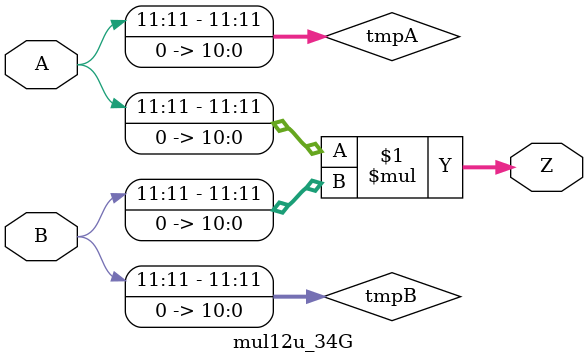
<source format=v>
/***
* This code is a part of EvoApproxLib library (ehw.fit.vutbr.cz/approxlib) distributed under The MIT License.
* When used, please cite the following article(s): V. Mrazek, Z. Vasicek, L. Sekanina, H. Jiang and J. Han, "Scalable Construction of Approximate Multipliers With Formally Guaranteed Worst Case Error" in IEEE Transactions on Very Large Scale Integration (VLSI) Systems, vol. 26, no. 11, pp. 2572-2576, Nov. 2018. doi: 10.1109/TVLSI.2018.2856362 
* This file contains a circuit from a sub-set of pareto optimal circuits with respect to the pwr and mre parameters
***/
// MAE% = 18.74 %
// MAE = 3143680 
// WCE% = 74.95 %
// WCE = 12574721 
// WCRE% = 100.00 %
// EP% = 99.95 %
// MRE% = 87.98 %
// MSE = 15865.376e9 
// PDK45_PWR = 0.0003 mW
// PDK45_AREA = 2.3 um2
// PDK45_DELAY = 0.04 ns



module mul12u_34G(
	A, 
	B,
	Z
);

input [12-1:0] A;
input [12-1:0] B;
output [2*12-1:0] Z;

wire [12-1:0] tmpA;
wire [12-1:0] tmpB;
assign tmpA = {A[12-1:11],{11{1'b0}}};
assign tmpB = {B[12-1:11],{11{1'b0}}};
assign Z = tmpA * tmpB;
endmodule


</source>
